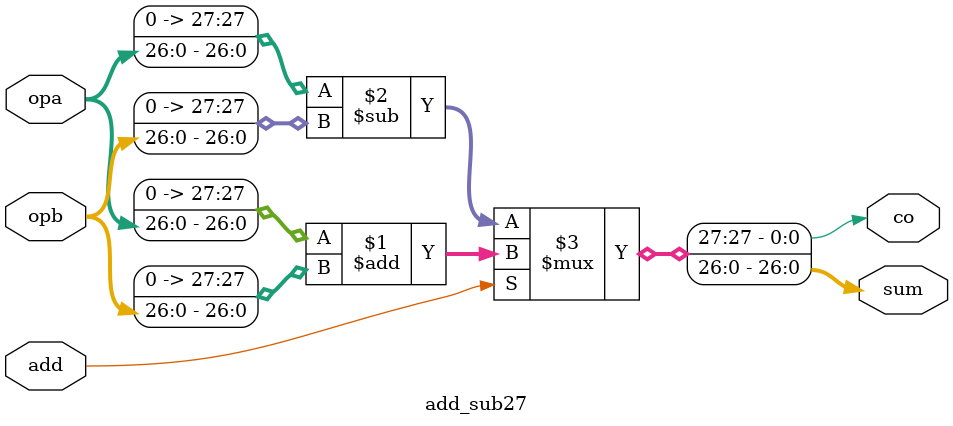
<source format=v>
`define BITS 32         // Bit width of the operands
`define NumPath 34     
 
module 	bgm(clock, 
		reset,
		sigma_a, 
		sigma_b, 
		sigma_c,
		Fn,
		dw_x,
		dw_y,
		dw_z,
		dt,
		Fn_out 
);

// SIGNAL DECLARATIONS
input	clock;
input 	reset;

input [`BITS-1:0] sigma_a;
input [`BITS-1:0] sigma_b;
input [`BITS-1:0] sigma_c;
input [`BITS-1:0] Fn;
input [`BITS-1:0] dw_x;
input [`BITS-1:0] dw_y;
input [`BITS-1:0] dw_z;
input [`BITS-1:0] dt;

output [`BITS-1:0] Fn_out;

wire [`BITS-1:0]	x0;
wire [`BITS-1:0]	x1;
wire [`BITS-1:0]	x2;
wire [`BITS-1:0]	x3;
wire [`BITS-1:0]	x4;
wire [`BITS-1:0]	x5;
wire [`BITS-1:0]	x6;
wire [`BITS-1:0]	x7;
wire [`BITS-1:0]	x8;
wire [`BITS-1:0]	x9;
wire [`BITS-1:0]	x10;

wire [`BITS-1:0]	a0;
wire [`BITS-1:0]	a1;
wire [`BITS-1:0]	a2;
wire [`BITS-1:0]	a3;
wire [`BITS-1:0]	a4;
wire [`BITS-1:0]	a5;
wire [`BITS-1:0]	a6;
wire [`BITS-1:0]	a7;
wire [`BITS-1:0]	a8;

wire [`BITS-1:0] Fn_out;
wire [`BITS-1:0] Fn_delay_chain;
wire [`BITS-1:0] Fn_delay_chain_delay5;

wire [`BITS-1:0] dw_x_delay;
wire [`BITS-1:0] dw_y_delay;
wire [`BITS-1:0] dw_z_delay;
wire [`BITS-1:0] sigma_a_delay;
wire [`BITS-1:0] sigma_b_delay;
wire [`BITS-1:0] sigma_c_delay;

wire [`BITS-1:0] fifo_out1;
wire [`BITS-1:0] fifo_out2;
wire [`BITS-1:0] fifo_out3;

wire [`BITS-1:0] a4_delay5;
/*
delay44 delay_u1(clock, dw_x, dw_x_delay);
delay44 delay_u2(clock, dw_y, dw_y_delay);
delay44 delay_u3(clock, dw_z, dw_z_delay);
delay44 delay_u4(clock, sigma_a, sigma_a_delay);
delay44 delay_u5(clock, sigma_b, sigma_b_delay);
delay44 delay_u6(clock, sigma_c, sigma_c_delay);

fifo fifo_1(clock, a0, fifo_out1);
fifo fifo_2(clock, a1, fifo_out2);
fifo fifo_3(clock, a2, fifo_out3);
*/

delay5 delay_u1(clock, dw_x, dw_x_delay);
delay5 delay_u2(clock, dw_y, dw_y_delay);
delay5 delay_u3(clock, dw_z, dw_z_delay);
delay5 delay_u4(clock, sigma_a, sigma_a_delay);
delay5 delay_u5(clock, sigma_b, sigma_b_delay);
delay5 delay_u6(clock, sigma_c, sigma_c_delay);

delay5 fifo_1(clock, a0, fifo_out1);
delay5 fifo_2(clock, a1, fifo_out2);
delay5 fifo_3(clock, a2, fifo_out3);



//assign x0 = Fn * sigma_a;
wire [7:0] x0_control;
fpu_mul x0_mul
( 
	.clk(clock), 
	.opa(Fn), 
	.opb(sigma_a), 
	.out(x0), 
	.control(x0_control) 
);

//assign x1 = Fn * sigma_b;
wire [7:0] x1_control;
fpu_mul x1_mul
( 
	.clk(clock), 
	.opa(Fn), 
	.opb(sigma_b), 
	.out(x1), 
	.control(x1_control) 
);


//assign x2 = Fn * sigma_c;
wire [7:0] x2_control;
fpu_mul x2_mul
( 
	.clk(clock), 
	.opa(Fn), 
	.opb(sigma_c), 
	.out(x2), 
	.control(x2_control) 
);

//assign a0 = x0 + fifo_out1;
wire [7:0] a0_control;
fpu_add a0_add
( 
	.clk(clock), 
	.opa(x0), 
	.opb(fifo_out1), 
	.out(a0), 
	.control(a0_control) 
);


//assign a1 = x1 + fifo_out2;
wire [7:0] a1_control;
fpu_add a1_add
( 
	.clk(clock), 
	.opa(x1), 
	.opb(fifo_out2), 
	.out(a1), 
	.control(a1_control) 
);

//assign a2 = x2 + fifo_out3;
wire [7:0] a2_control;
fpu_add a2_add
( 
	.clk(clock), 
	.opa(x2), 
	.opb(fifo_out3), 
	.out(a2), 
	.control(a2_control) 
);

//assign x3 = dw_x_delay * sigma_a_delay;
wire [7:0] x3_control;
fpu_mul x3_mul
( 
	.clk(clock), 
	.opa(dw_x_delay), 
	.opb(sigma_a_delay), 
	.out(x3), 
	.control(x3_control) 
);


//assign x4 = a0 * sigma_a_delay;
wire [7:0] x4_control;
fpu_mul x4_mul
( 
	.clk(clock), 
	.opa(a0), 
	.opb(sigma_a_delay), 
	.out(x4), 
	.control(x4_control) 
);


//assign x5 = dw_y_delay * sigma_b_delay;
wire [7:0] x5_control;
fpu_mul x5_mul
( 
	.clk(clock), 
	.opa(dw_y_delay), 
	.opb(sigma_b_delay), 
	.out(x5), 
	.control(x5_control) 
);

//assign x6 = a1 * sigma_b_delay;
wire [7:0] x6_control;
fpu_mul x6_mul
( 
	.clk(clock), 
	.opa(a1), 
	.opb(sigma_b_delay), 
	.out(x6), 
	.control(x6_control) 
);

//assign x7 = dw_z_delay * sigma_c_delay;
wire [7:0] x7_control;
fpu_mul x7_mul
( 
	.clk(clock), 
	.opa(dw_z_delay), 
	.opb(sigma_c_delay), 
	.out(x7), 
	.control(x7_control) 
);

//assign x8 = a2 * sigma_c_delay;
wire [7:0] x8_control;
fpu_mul x8_mul
( 
	.clk(clock), 
	.opa(a2), 
	.opb(sigma_c_delay), 
	.out(x8), 
	.control(x8_control) 
);

//assign a3 = x3 + x5;
wire [7:0] a3_control;
fpu_add a3_add
( 
	.clk(clock), 
	.opa(x3), 
	.opb(x5), 
	.out(a3), 
	.control(a3_control) 
);

//assign a4 = a3 + x7;
wire [7:0] a4_control;
fpu_add a4_add
( 
	.clk(clock), 
	.opa(a3), 
	.opb(x7), 
	.out(a4), 
	.control(a4_control) 
);


//assign a5 = x4 + x6;
wire [7:0] a5_control;
fpu_add a5_add
( 
	.clk(clock), 
	.opa(x4), 
	.opb(x6), 
	.out(a5), 
	.control(a5_control) 
);

//assign a6 = a5 + x8;
wire [7:0] a6_control;
fpu_add a6_add
( 
	.clk(clock), 
	.opa(a5), 
	.opb(x8), 
	.out(a6), 
	.control(a6_control) 
);

delay5 delay_a5(clock, a4, a4_delay5);

//assign x9 = dt * a6;
wire [7:0] x9_control;
fpu_mul x9_mul
( 
	.clk(clock), 
	.opa(dt), 
	.opb(a6), 
	.out(x9), 
	.control(x9_control) 
);

//assign a7 = a4_delay5 + x9;
wire [7:0] a7_control;
fpu_add a7_add
( 
	.clk(clock), 
	.opa(a4_delay5), 
	.opb(x9), 
	.out(a7), 
	.control(a7_control) 
);


//delay_chain delay_Fn(clock, Fn, Fn_delay_chain);
delay5 delay_Fn(clock, Fn, Fn_delay_chain);
delay5 delay_Fn_delay5(clock, Fn_delay_chain, Fn_delay_chain_delay5);

//assign x10 = a7 * Fn_delay_chain;
wire [7:0] x10_control;
fpu_mul x10_mul
( 
	.clk(clock), 
	.opa(a7), 
	.opb(Fn_delay_chain), 
	.out(x10), 
	.control(x10_control) 
);

//assign a8 = Fn_delay_chain_delay5 + x10;
wire [7:0] a8_control;
fpu_add a8_add
( 
	.clk(clock), 
	.opa(Fn_delay_chain_delay5), 
	.opb(x10), 
	.out(a8), 
	.control(a8_control) 
);

assign	Fn_out	= a8;


endmodule



/*
module fifo(clock, fifo_in, fifo_out);
	input clock;
	input [`BITS-1:0] fifo_in;
	output [`BITS-1:0] fifo_out;
	wire [`BITS-1:0] fifo_out;

	reg [`BITS-1:0] freg1;

	reg [`BITS-1:0] freg2;
	reg [`BITS-1:0] freg3;
	reg [`BITS-1:0] freg4;
	reg [`BITS-1:0] freg5;
	reg [`BITS-1:0] freg6;
	reg [`BITS-1:0] freg7;
	reg [`BITS-1:0] freg8;
	reg [`BITS-1:0] freg9;
	reg [`BITS-1:0] freg10;
	reg [`BITS-1:0] freg11;
	reg [`BITS-1:0] freg12;
	reg [`BITS-1:0] freg13;
	reg [`BITS-1:0] freg14;
	reg [`BITS-1:0] freg15;
	reg [`BITS-1:0] freg16;
	reg [`BITS-1:0] freg17;
	reg [`BITS-1:0] freg18;
	reg [`BITS-1:0] freg19;
	reg [`BITS-1:0] freg20;
	reg [`BITS-1:0] freg21;
	reg [`BITS-1:0] freg22;
	reg [`BITS-1:0] freg23;
	reg [`BITS-1:0] freg24;
	reg [`BITS-1:0] freg25;
	reg [`BITS-1:0] freg26;
	reg [`BITS-1:0] freg27;
	reg [`BITS-1:0] freg28;
	reg [`BITS-1:0] freg29;
	reg [`BITS-1:0] freg30;
	reg [`BITS-1:0] freg31;
	reg [`BITS-1:0] freg32;
	reg [`BITS-1:0] freg33;
	reg [`BITS-1:0] freg34;
 
	assign fifo_out = freg34;

	always @(posedge clock)
	begin
		freg1 <= fifo_in;

		freg2 <= freg1;
		freg3 <= freg2;
		freg4 <= freg3;
		freg5 <= freg4;
		freg6 <= freg5;
		freg7 <= freg6;
		freg8 <= freg7;
		freg9 <= freg8;
		freg10 <= freg9;
		freg11 <= freg10;
		freg12 <= freg11;
		freg13 <= freg12;
		freg14 <= freg13;
		freg15 <= freg14;
		freg16 <= freg15;
		freg17 <= freg16;
		freg18 <= freg17;
		freg19 <= freg18;
		freg20 <= freg19;
		freg21 <= freg20;
		freg22 <= freg21;
		freg23 <= freg22;
		freg24 <= freg23;
		freg25 <= freg24;
		freg26 <= freg25;
		freg27 <= freg26;
		freg28 <= freg27;
		freg29 <= freg28;
		freg30 <= freg29;
		freg31 <= freg30;
		freg32 <= freg31;
		freg33 <= freg32;
		freg34 <= freg33;

	end
endmodule
*/

module delay5 (clock, d5_delay_in, d5_delay_out);
	input clock;
	input [`BITS-1:0] d5_delay_in;
	output [`BITS-1:0] d5_delay_out;

	//FIFO delay
	reg [`BITS-1:0] d5_reg1;
/*
	reg [`BITS-1:0] d5_reg2;
	reg [`BITS-1:0] d5_reg3;
	reg [`BITS-1:0] d5_reg4;
	reg [`BITS-1:0] d5_reg5;
	reg [`BITS-1:0] d5_reg6;
*/

	assign d5_delay_out = d5_reg1;

	always @(posedge clock)
	begin
		d5_reg1 <= d5_delay_in;
/*
		d5_reg2 <= d5_reg1;
		d5_reg3 <= d5_reg2;
		d5_reg4 <= d5_reg3;
		d5_reg5 <= d5_reg4;
		d5_reg6 <= d5_reg5;
*/
	end
endmodule

/*
module delay44 (clock, delay_in, delay_out);
	input clock;
	input [`BITS-1:0] delay_in;
	output [`BITS-1:0] delay_out;
//	wire [`BITS-1:0] delay_out;

	//FIFO delay
	wire [`BITS-1:0] fifo_out;
	
	//multiplier delay
 	wire [`BITS-1:0] delay5_dout1;

	//adder delay
 	wire [`BITS-1:0] delay5_dout2;

	fifo fifo_delay(clock, delay_in , fifo_out);
	delay5 delay_d1(clock, fifo_out, delay5_dout1);
	delay5 delay_d2(clock, delay5_dout1, delay5_dout2);

	assign delay_out = delay5_dout2;
//	always @(posedge clock)
//	begin
//		fifo_out <= delay_in;
//		delay5_dout1 <= fifo_out;
//		delay5_dout2 <= delay5_dout1;
//	end

endmodule
*/

/*
module delay_chain (clock, delay_in, delay_out);
	input clock;
	input [`BITS-1:0] delay_in;
	output [`BITS-1:0] delay_out;
//	wire [`BITS-1:0] delay_out;

	wire [`BITS-1:0] delay44_out;
	wire [`BITS-1:0] delay5_out1;
	wire [`BITS-1:0] delay5_out2;
	wire [`BITS-1:0] delay5_out3;
	wire [`BITS-1:0] delay5_out4;

	delay44 delay_c1(clock, delay_in, delay44_out);
	delay5 delay_c2(clock, delay44_out, delay5_out1);
	delay5 delay_c3(clock, delay5_out1, delay5_out2);
	delay5 delay_c4(clock, delay5_out2, delay5_out3);
	delay5 delay_c5(clock, delay5_out3, delay5_out4);

	assign delay_out = delay5_out4;
endmodule
*/


module fpu_mul( 
clk, 
//rmode, 
opa, opb, out, 
control
/*
inf, snan, qnan, ine, overflow, underflow, zero, div_by_zero
*/
);
input		clk;
//input	[1:0]	rmode;
input	[31:0]	opa, opb;
output	[31:0]	out;
output  [7:0] control;
/*
output		inf, snan, qnan;
output		ine;
output		overflow, underflow;
output		zero;
output		div_by_zero;
*/



////////////////////////////////////////////////////////////////////////
//
// Local Wires
//
reg [2:0] fpu_op;
reg		zero;
reg	[31:0]	opa_r, opb_r;		// Input operand registers
reg	[31:0]	out;			// Output register
reg		div_by_zero;		// Divide by zero output register
wire		signa, signb;		// alias to opX sign
wire		sign_fasu;		// sign output
wire	[26:0]	fracta, fractb;		// Fraction Outputs from EQU block
wire	[7:0]	exp_fasu;		// Exponent output from EQU block
reg	[7:0]	exp_r;			// Exponent output (registerd)
wire	[26:0]	fract_out_d;		// fraction output
wire		co;			// carry output
reg	[27:0]	fract_out_q;		// fraction output (registerd)
wire	[30:0]	out_d;			// Intermediate final result output
wire		overflow_d, underflow_d;// Overflow/Underflow Indicators
reg		overflow, underflow;	// Output registers for Overflow & Underflow
reg		inf, snan, qnan;	// Output Registers for INF, SNAN and QNAN
reg		ine;			// Output Registers for INE
reg	[1:0]	rmode_r1, rmode_r2, 	// Pipeline registers for rounding mode
		rmode_r3;
reg	[2:0]	fpu_op_r1, fpu_op_r2,	// Pipeline registers for fp opration
		fpu_op_r3;
wire		mul_inf, div_inf;
wire		mul_00, div_00;
/*
parameter	INF  = 31'h7f800000;
parameter	QNAN = 31'h7fc00001;
parameter	 SNAN = 31'h7f800001;

*/
wire	[1:0]	rmode;
assign rmode = 2'b00;

wire [30:0]	INF;
assign INF = 31'h7f800000;
wire [30:0]	QNAN; 
assign QNAN = 31'h7fc00001;
wire [30:0] SNAN;
assign SNAN = 31'h7f800001;

// start output_reg
reg [31:0]  out_o1;
reg     inf_o1, snan_o1, qnan_o1;
reg     ine_o1;
reg     overflow_o1, underflow_o1;
reg     zero_o1;
reg     div_by_zero_o1;
// end output_reg

wire [7:0] contorl;
assign control = {inf, snan, qnan, ine, overflow, underflow, zero, div_by_zero};

////////////////////////////////////////////////////////////////////////
//
// Input Registers
//

always @(posedge clk)  begin
 fpu_op[2:0] <= 3'b010;
end

always @(posedge clk)
	opa_r <= opa;

always @(posedge clk)
	opb_r <= opb;

always @(posedge clk)
	rmode_r1 <= rmode;

always @(posedge clk)
	rmode_r2 <= rmode_r1;

always @(posedge clk)
	rmode_r3 <= rmode_r2;

always @(posedge clk)
	fpu_op_r1 <= fpu_op;

always @(posedge clk)
	fpu_op_r2 <= fpu_op_r1;

always @(posedge clk)
	fpu_op_r3 <= fpu_op_r2;

////////////////////////////////////////////////////////////////////////
//
// Exceptions block
//
wire		inf_d, ind_d, qnan_d, snan_d, opa_nan, opb_nan;
wire		opa_00, opb_00;
wire		opa_inf, opb_inf;
wire		opa_dn, opb_dn;

except u0(	.clk(clk),
		.opa(opa_r[30:0]), .opb(opb_r[30:0]),
		.inf(inf_d), .ind(ind_d),
		.qnan(qnan_d), .snan(snan_d),
		.opa_nan(opa_nan), .opb_nan(opb_nan),
		.opa_00(opa_00), .opb_00(opb_00),
		.opa_inf(opa_inf), .opb_inf(opb_inf),
		.opa_dn(opa_dn), .opb_dn(opb_dn)
		);

////////////////////////////////////////////////////////////////////////
//
// Pre-Normalize block
// - Adjusts the numbers to equal exponents and sorts them
// - determine result sign
// - determine actual operation to perform (add or sub)
//

wire		nan_sign_d, result_zero_sign_d;
reg		sign_fasu_r;
wire	[7:0]	exp_mul;
wire		sign_mul;
reg		sign_mul_r;
wire	[23:0]	fracta_mul, fractb_mul;
wire		inf_mul;
reg		inf_mul_r;
wire	[1:0]	exp_ovf;
reg	[1:0]	exp_ovf_r;
wire		sign_exe;
reg		sign_exe_r;
wire	[2:0]	underflow_fmul_d;

pre_norm_fmul u2(
		.clk(clk),
		.fpu_op(fpu_op_r1),
		.opa(opa_r), .opb(opb_r),
		.fracta(fracta_mul),
		.fractb(fractb_mul),
		.exp_out(exp_mul),	// FMUL exponent output (registered)
		.sign(sign_mul),	// FMUL sign output (registered)
		.sign_exe(sign_exe),	// FMUL exception sign output (registered)
		.inf(inf_mul),		// FMUL inf output (registered)
		.exp_ovf(exp_ovf),	// FMUL exponnent overflow output (registered)
		.underflow(underflow_fmul_d)
		);

always @(posedge clk)
	sign_mul_r <=  sign_mul;

always @(posedge clk)
	sign_exe_r <=  sign_exe;

always @(posedge clk)
	inf_mul_r <=  inf_mul;

always @(posedge clk)
	exp_ovf_r <=  exp_ovf;


////////////////////////////////////////////////////////////////////////
//
// Mul
//
wire	[47:0]	prod;

mul_r2 u5(.clk(clk), .opa(fracta_mul), .opb(fractb_mul), .prod(prod));


////////////////////////////////////////////////////////////////////////
//
// Normalize Result
//
wire		ine_d;
reg	[47:0]	fract_denorm;
wire	[47:0]	fract_div;
wire		sign_d;
reg		sign;
reg	[30:0]	opa_r1;
reg	[47:0]	fract_i2f;
reg		opas_r1, opas_r2;
wire		f2i_out_sign;

always @(posedge clk)			// Exponent must be once cycle delayed
	exp_r <=  exp_mul;

always @(posedge clk)
	opa_r1 <= opa_r[30:0];

//always @(fpu_op_r3 or prod)
always @(prod)
	fract_denorm = prod;

always @(posedge clk)
	opas_r1 <=  opa_r[31];

always @(posedge clk)
	opas_r2 <=  opas_r1;

assign sign_d =  sign_mul;

always @(posedge clk)
	sign <=  (rmode_r2==2'h3) ? !sign_d : sign_d;

wire or_result;
assign or_result = mul_00 | div_00;
post_norm u4(
//.clk(clk),			// System Clock
	.fpu_op(fpu_op_r3),		// Floating Point Operation
	.opas(opas_r2),			// OPA Sign
	.sign(sign),			// Sign of the result
	.rmode(rmode_r3),		// Rounding mode
	.fract_in(fract_denorm),	// Fraction Input
	.exp_in(exp_r),			// Exponent Input
	.exp_ovf(exp_ovf_r),		// Exponent Overflow
	.opa_dn(opa_dn),		// Operand A Denormalized
	.opb_dn(opb_dn),		// Operand A Denormalized
	.rem_00(1'b0),		// Diveide Remainder is zero
	.div_opa_ldz(5'b00000),	// Divide opa leading zeros count
//	.output_zero(mul_00 | div_00),	// Force output to Zero
	.output_zero(or_result),	// Force output to Zero
	.out(out_d),			// Normalized output (un-registered)
	.ine(ine_d),			// Result Inexact output (un-registered)
	.overflow(overflow_d),		// Overflow output (un-registered)
	.underflow(underflow_d),	// Underflow output (un-registered)
	.f2i_out_sign(f2i_out_sign)	// F2I Output Sign
	);

////////////////////////////////////////////////////////////////////////
//
// FPU Outputs
//
wire	[30:0]	out_fixed;
wire		output_zero_fasu;
wire		output_zero_fdiv;
wire		output_zero_fmul;
reg		inf_mul2;
wire		overflow_fasu;
wire		overflow_fmul;
wire		overflow_fdiv;
wire		inf_fmul;
wire		sign_mul_final;
wire		out_d_00;
wire		sign_div_final;
wire		ine_mul, ine_mula, ine_div, ine_fasu;
wire		underflow_fasu, underflow_fmul, underflow_fdiv;
wire		underflow_fmul1;
reg	[2:0]	underflow_fmul_r;
reg		opa_nan_r;



always @(posedge clk)
	inf_mul2 <=  exp_mul == 8'hff;


// Force pre-set values for non numerical output
assign mul_inf = (fpu_op_r3==3'b010) & (inf_mul_r | inf_mul2) & (rmode_r3==2'h0);
assign div_inf = (fpu_op_r3==3'b011) & (opb_00 | opa_inf);

assign mul_00 = (fpu_op_r3==3'b010) & (opa_00 | opb_00);
assign div_00 = (fpu_op_r3==3'b011) & (opa_00 | opb_inf);

assign out_fixed = 
	( (qnan_d | snan_d) | 
		(opa_inf & opb_00)|
		(opb_inf & opa_00 )
	)  ? QNAN : INF;

always @(posedge clk)
	out_o1[30:0] <=  (mul_inf | div_inf | inf_d | snan_d | qnan_d) ?  out_fixed : out_d;

assign out_d_00 = !(|out_d);

assign sign_mul_final = (sign_exe_r & ((opa_00 & opb_inf) | (opb_00 & opa_inf))) ? !sign_mul_r : sign_mul_r;

assign sign_div_final = (sign_exe_r & (opa_inf & opb_inf)) ? !sign_mul_r : sign_mul_r | (opa_00 & opb_00);

always @(posedge clk)
//	out_o1[31] <= 	 !(snan_d | qnan_d) ?	sign_mul_final : nan_sign_d ;
  out_o1[31] <= !(snan_d | qnan_d) & sign_mul_final;

// Exception Outputs
assign ine_mula = ((inf_mul_r |  inf_mul2 | opa_inf | opb_inf) & (rmode_r3==2'h1) & 
		!((opa_inf & opb_00) | (opb_inf & opa_00 )) & fpu_op_r3[1]);

assign ine_mul  = (ine_mula | ine_d | inf_fmul | out_d_00 | overflow_d | underflow_d) &
		  !opa_00 & !opb_00 & !(snan_d | qnan_d | inf_d);

always @(posedge  clk)
	ine_o1 <=  ine_mul;


assign overflow_fmul = !inf_d & (inf_mul_r | inf_mul2 | overflow_d) & !(snan_d | qnan_d);

always @(posedge clk)
	overflow_o1 <= 	 overflow_fmul;

always @(posedge clk)
	underflow_fmul_r <=  underflow_fmul_d;

wire out_d_compare1;
assign out_d_compare1 = (out_d[30:23]==8'b0);

wire out_d_compare2;
assign out_d_compare2 = (out_d[22:0]==23'b0);
/*
assign underflow_fmul1 = underflow_fmul_r[0] |
			(underflow_fmul_r[1] & underflow_d ) |
			((opa_dn | opb_dn) & out_d_00 & (prod!=0) & sign) |
			(underflow_fmul_r[2] & ((out_d[30:23]==8'b0) | (out_d[22:0]==23'b0)));
*/
assign underflow_fmul1 = underflow_fmul_r[0] |
			(underflow_fmul_r[1] & underflow_d ) |
			((opa_dn | opb_dn) & out_d_00 & (prod!=48'b0) & sign) |
			(underflow_fmul_r[2] & (out_d_compare1 | out_d_compare2));


assign underflow_fmul = underflow_fmul1 & !(snan_d | qnan_d | inf_mul_r);
/*
always @(posedge clk)
begin
	underflow_o1 <=  1'b0;
	snan_o1 <= 1'b0;
	qnan_o1 <= 1'b0;
	inf_fmul <= 1'b0;
	inf_o1 <= 1'b0;
	zero_o1 <= 1'b0;
	opa_nan_r <= 1'b0;
	div_by_zero_o1 <= 1'b0;
end
assign output_zero_fmul = 1'b0;
*/


always @(posedge clk)
	underflow_o1 <=   underflow_fmul;

always @(posedge clk)
	snan_o1 <=  snan_d;

// Status Outputs
always @(posedge clk)
	qnan_o1 <= 	 ( snan_d | qnan_d |
				(((opa_inf & opb_00) | (opb_inf & opa_00 )) & fpu_op_r3==3'b010)
					   );

assign inf_fmul = 	(((inf_mul_r | inf_mul2) & (rmode_r3==2'h0)) | opa_inf | opb_inf) & 
			!((opa_inf & opb_00) | (opb_inf & opa_00 )) &
			fpu_op_r3==3'b010;

always @(posedge clk)
/*
	inf_o1 <= 	fpu_op_r3[2] ? 1'b0 :
			(!(qnan_d | snan_d) & 
			( ((&out_d[30:23]) & !(|out_d[22:0]) & !(opb_00 & fpu_op_r3==3'b011)) | inf_fmul)
			);
*/
	inf_o1 <= !fpu_op_r3[2] & (!(qnan_d | snan_d) & 
			( ((&out_d[30:23]) & !(|out_d[22:0]) & !(opb_00 & fpu_op_r3==3'b011)) | inf_fmul)
			);

assign output_zero_fmul = (out_d_00 | opa_00 | opb_00) &
			  !(inf_mul_r | inf_mul2 | opa_inf | opb_inf | snan_d | qnan_d) &
			  !(opa_inf & opb_00) & !(opb_inf & opa_00);

always @(posedge clk)
	zero_o1 <=  output_zero_fmul;

always @(posedge clk)
	opa_nan_r <=  (!opa_nan) & (fpu_op_r2==3'b011) ;

always @(posedge clk)
	div_by_zero_o1 <=  opa_nan_r & !opa_00 & !opa_inf & opb_00;


// output register
always @(posedge clk)
begin
	qnan <=  qnan_o1;
	out <=  out_o1;
	inf <=  inf_o1;
	snan <=  snan_o1;
	//qnan <=  qnan_o1;
	ine <=  ine_o1;
	overflow <=  overflow_o1;
	underflow <=  underflow_o1;
	zero <=  zero_o1;
	div_by_zero <=  div_by_zero_o1;
end
endmodule


//---------------------------------------------------------------------------------
module except(	clk, opa, opb, inf, ind, qnan, snan, opa_nan, opb_nan,
		opa_00, opb_00, opa_inf, opb_inf, opa_dn, opb_dn);
input		clk;
input	[30:0]	opa, opb;
output		inf, ind, qnan, snan, opa_nan, opb_nan;
output		opa_00, opb_00;
output		opa_inf, opb_inf;
output		opa_dn;
output		opb_dn;

////////////////////////////////////////////////////////////////////////
//
// Local Wires and registers
//

wire	[7:0]	expa, expb;		// alias to opX exponent
wire	[22:0]	fracta, fractb;		// alias to opX fraction
reg		expa_ff, infa_f_r, qnan_r_a, snan_r_a;
reg		expb_ff, infb_f_r, qnan_r_b, snan_r_b;
reg		inf, ind, qnan, snan;	// Output registers
reg		opa_nan, opb_nan;
reg		expa_00, expb_00, fracta_00, fractb_00;
reg		opa_00, opb_00;
reg		opa_inf, opb_inf;
reg		opa_dn, opb_dn;

////////////////////////////////////////////////////////////////////////
//
// Aliases
//

assign   expa = opa[30:23];
assign   expb = opb[30:23];
assign fracta = opa[22:0];
assign fractb = opb[22:0];

////////////////////////////////////////////////////////////////////////
//
// Determine if any of the input operators is a INF or NAN or any other special number
//

always @(posedge clk)
	expa_ff <=  &expa;

always @(posedge clk)
	expb_ff <=  &expb;
	
always @(posedge clk)
	infa_f_r <=  !(|fracta);

always @(posedge clk)
	infb_f_r <=  !(|fractb);

always @(posedge clk)
	qnan_r_a <=   fracta[22];

always @(posedge clk)
	snan_r_a <=  !fracta[22] & |fracta[21:0];
	
always @(posedge clk)
	qnan_r_b <=   fractb[22];

always @(posedge clk)
	snan_r_b <=  !fractb[22] & |fractb[21:0];

always @(posedge clk)
	ind  <=  (expa_ff & infa_f_r) & (expb_ff & infb_f_r);

always @(posedge clk)
	inf  <=  (expa_ff & infa_f_r) | (expb_ff & infb_f_r);

always @(posedge clk)
	qnan <=  (expa_ff & qnan_r_a) | (expb_ff & qnan_r_b);

always @(posedge clk)
	snan <=  (expa_ff & snan_r_a) | (expb_ff & snan_r_b);

always @(posedge clk)
	opa_nan <=  &expa & (|fracta[22:0]);

always @(posedge clk)
	opb_nan <=  &expb & (|fractb[22:0]);

always @(posedge clk)
	opa_inf <=  (expa_ff & infa_f_r);

always @(posedge clk)
	opb_inf <=  (expb_ff & infb_f_r);

always @(posedge clk)
	expa_00 <=  !(|expa);

always @(posedge clk)
	expb_00 <=  !(|expb);

always @(posedge clk)
	fracta_00 <=  !(|fracta);

always @(posedge clk)
	fractb_00 <=  !(|fractb);

always @(posedge clk)
	opa_00 <=  expa_00 & fracta_00;

always @(posedge clk)
	opb_00 <=  expb_00 & fractb_00;

always @(posedge clk)
	opa_dn <=  expa_00;

always @(posedge clk)
	opb_dn <=  expb_00;

endmodule




//---------------------------------------------------------------------------------
module pre_norm_fmul(clk, fpu_op, opa, opb, fracta, fractb, exp_out, sign,
		sign_exe, inf, exp_ovf, underflow);
input		clk;
input	[2:0]	fpu_op;
input	[31:0]	opa, opb;
output	[23:0]	fracta, fractb;
output	[7:0]	exp_out;
output		sign, sign_exe;
output		inf;
output	[1:0]	exp_ovf;
output	[2:0]	underflow;

////////////////////////////////////////////////////////////////////////
//
// Local Wires and registers
//

reg	[7:0]	exp_out;
wire		signa, signb;
reg		sign, sign_d;
reg		sign_exe;
reg		inf;
wire	[1:0]	exp_ovf_d;
reg	[1:0]	exp_ovf;
wire	[7:0]	expa, expb;
wire	[7:0]	exp_tmp1, exp_tmp2;
wire		co1, co2;
wire		expa_dn, expb_dn;
wire	[7:0]	exp_out_a;
wire		opa_00, opb_00, fracta_00, fractb_00;
wire	[7:0]	exp_tmp3, exp_tmp4, exp_tmp5;
wire	[2:0]	underflow_d;
reg	[2:0]	underflow;
wire		op_div;
wire	[7:0]	exp_out_mul, exp_out_div;

assign op_div = (fpu_op == 3'b011);
////////////////////////////////////////////////////////////////////////
//
// Aliases
//
assign  signa = opa[31];
assign  signb = opb[31];
assign   expa = opa[30:23];
assign   expb = opb[30:23];

////////////////////////////////////////////////////////////////////////
//
// Calculate Exponenet
//

assign expa_dn   = !(|expa);
assign expb_dn   = !(|expb);
assign opa_00    = !(|opa[30:0]);
assign opb_00    = !(|opb[30:0]);
assign fracta_00 = !(|opa[22:0]);
assign fractb_00 = !(|opb[22:0]);

assign fracta[22:0] = opa[22:0];
assign fractb[22:0] = opb[22:0];
assign fracta[23:23] = !expa_dn;
assign fractb[23:23] = !expb_dn;
//assign fracta = {!expa_dn,opa[22:0]};	// Recover hidden bit
//assign fractb = {!expb_dn,opb[22:0]};	// Recover hidden bit

assign {co1,exp_tmp1} = op_div ? ({1'b0,expa[7:0]} - {1'b0,expb[7:0]}) : ({1'b0,expa[7:0]} + {1'b0,expb[7:0]});
assign {co2,exp_tmp2} = op_div ? ({co1,exp_tmp1} + 9'h07f) : ({co1,exp_tmp1} - 9'h07f);
assign exp_tmp3 = exp_tmp2 + 8'h01;
assign exp_tmp4 = 8'h7f - exp_tmp1;
assign exp_tmp5 = op_div ? (exp_tmp4+8'h01) : (exp_tmp4-8'h01);


always@(posedge clk)
	exp_out <= op_div ? exp_out_div : exp_out_mul;

assign exp_out_div = (expa_dn | expb_dn) ? (co2 ? exp_tmp5 : exp_tmp3 ) : co2 ? exp_tmp4 : exp_tmp2;
assign exp_out_mul = exp_ovf_d[1] ? exp_out_a : (expa_dn | expb_dn) ? exp_tmp3 : exp_tmp2;
assign exp_out_a   = (expa_dn | expb_dn) ? exp_tmp5 : exp_tmp4;
assign exp_ovf_d[0] = op_div ? (expa[7] & !expb[7]) : (co2 & expa[7] & expb[7]);
assign exp_ovf_d[1] = op_div ? co2                  : ((!expa[7] & !expb[7] & exp_tmp2[7]) | co2);

always @(posedge clk)
	exp_ovf <=   exp_ovf_d;

assign underflow_d[0] =	(exp_tmp1 < 8'h7f) & !co1 & !(opa_00 | opb_00 | expa_dn | expb_dn);
assign underflow_d[1] =	((expa[7] | expb[7]) & !opa_00 & !opb_00) |
			 (expa_dn & !fracta_00) | (expb_dn & !fractb_00);
assign underflow_d[2] =	 !opa_00 & !opb_00 & (exp_tmp1 == 8'h7f);

always @(posedge clk)
	underflow <= underflow_d;

always @(posedge clk)
	inf <= op_div ? (expb_dn & !expa[7]) : ({co1,exp_tmp1} > 9'h17e) ;


////////////////////////////////////////////////////////////////////////
//
// Determine sign for the output
//

// sign: 0=Posetive Number; 1=Negative Number
always @(signa or signb)
   case({signa, signb})		// synopsys full_case parallel_case
	2'b00: sign_d = 0;
	2'b01: sign_d = 1;
	2'b10: sign_d = 1;
	2'b11: sign_d = 0;
   endcase

always @(posedge clk)
	sign <= sign_d;

always @(posedge clk)
	sign_exe <= signa & signb;

endmodule

//----------------------------------------------------------------------------
////////////////////////////////////////////////////////////////////////
//
// Multiply
//

(* use_dsp = "no" *) module mul_r2(clk, opa, opb, prod);
input		clk;
input	[23:0]	opa, opb;
output	[47:0]	prod;

reg	[47:0]	prod1, prod;

always @(posedge clk)
	prod1 <=   opa * opb;

always @(posedge clk)
	prod <=   prod1;

endmodule



//----------------------------------------------------------------------------


module post_norm( fpu_op, opas, sign, rmode, fract_in, exp_in, exp_ovf,
		opa_dn, opb_dn, rem_00, div_opa_ldz, output_zero, out,
		ine, overflow, underflow, f2i_out_sign);
	input	[2:0]	fpu_op;
	input		opas;
	input		sign;
	input	[1:0]	rmode;
	input	[47:0]	fract_in;
	input	[7:0]	exp_in;
	input	[1:0]	exp_ovf;
	input		opa_dn, opb_dn;
	input		rem_00;
	input	[4:0]	div_opa_ldz;
	input		output_zero;
	output	[30:0]	out;
	output		ine;
	output		overflow, underflow;
	output		f2i_out_sign;

	////////////////////////////////////////////////////////////////////////
	//
	// Local Wires and registers
	//

	wire	[22:0]	fract_out;
	wire	[7:0]	exp_out;
	wire	[30:0]	out;
	wire		exp_out1_co, overflow, underflow;
	wire	[22:0]	fract_out_final;
	reg	[22:0]	fract_out_rnd;
	wire	[8:0]	exp_next_mi;
	wire		dn;
	wire		exp_rnd_adj;
	wire	[7:0]	exp_out_final;
	reg	[7:0]	exp_out_rnd;
	wire		op_dn;

	wire		op_mul;
	wire		op_div;
	wire		op_i2f;
	wire		op_f2i;


	//reg	[5:0]	fi_ldz;
	wire	[5:0]	fi_ldz;

	wire		g, r, s;
	wire		round, round2, round2a, round2_fasu, round2_fmul;
	wire	[7:0]	exp_out_rnd0, exp_out_rnd1, exp_out_rnd2, exp_out_rnd2a;
	wire	[22:0]	fract_out_rnd0, fract_out_rnd1, fract_out_rnd2, fract_out_rnd2a;
	wire		exp_rnd_adj0, exp_rnd_adj2a;
	wire		r_sign;
	wire		ovf0, ovf1;
	wire	[23:0]	fract_out_pl1;
	wire	[7:0]	exp_out_pl1, exp_out_mi1;
	wire		exp_out_00, exp_out_fe, exp_out_ff, exp_in_00, exp_in_ff;
	wire		exp_out_final_ff, fract_out_7fffff;
	wire	[24:0]	fract_trunc;
	wire	[7:0]	exp_out1;
	wire		grs_sel;
	wire		fract_out_00, fract_in_00;
	wire		shft_co;
	wire	[8:0]	exp_in_pl1, exp_in_mi1;
	wire	[47:0]	fract_in_shftr;
	wire	[47:0]	fract_in_shftl;

	// for block shifter
	wire	[47:0]	fract_in_shftr_1;
	wire	[47:0]	fract_in_shftl_1;
	// end for block shifter

	wire	[7:0]	exp_div;
	wire	[7:0]	shft2;
	wire	[7:0]	exp_out1_mi1;
	wire		div_dn;
	wire		div_nr;
	wire		grs_sel_div;

	wire		div_inf;
	wire	[6:0]	fi_ldz_2a;
	wire	[7:0]	fi_ldz_2;
	wire	[7:0]	div_shft1, div_shft2, div_shft3, div_shft4;
	wire		div_shft1_co;
	wire	[8:0]	div_exp1;
	wire	[7:0]	div_exp2, div_exp3;
	wire		left_right, lr_mul, lr_div;
	wire	[7:0]	shift_right, shftr_mul, shftr_div;
	wire	[7:0]	shift_left,  shftl_mul, shftl_div;
	wire	[7:0]	fasu_shift;
	wire	[7:0]	exp_fix_div;

	wire	[7:0]	exp_fix_diva, exp_fix_divb;
	wire	[5:0]	fi_ldz_mi1;
	wire	[5:0]	fi_ldz_mi22;
	wire		exp_zero;
	wire	[6:0]	ldz_all;
	wire	[7:0]	ldz_dif;

	wire	[8:0]	div_scht1a;
	wire	[7:0]	f2i_shft;
	wire	[55:0]	exp_f2i_1;
	wire		f2i_zero, f2i_max;
	wire	[7:0]	f2i_emin;
	wire	[7:0]	conv_shft;
	wire	[7:0]	exp_i2f, exp_f2i, conv_exp;
	wire		round2_f2i;


	assign		op_mul = fpu_op[2:0]==3'b010;
	assign		op_div = fpu_op[2:0]==3'b011;
	assign		op_i2f = fpu_op[2:0]==3'b100;
	assign		op_f2i = fpu_op[2:0]==3'b101;
	assign		op_dn = opa_dn | opb_dn;

	pri_encoder u6(
		.fract_in (fract_in),
		.fi_ldz (fi_ldz)
	);

	// ---------------------------------------------------------------------
	// Normalize

	wire		exp_in_80;
	wire		rmode_00, rmode_01, rmode_10, rmode_11;

	// Misc common signals
	assign exp_in_ff        = &exp_in;
	assign exp_in_00        = !(|exp_in);
	assign exp_in_80	= exp_in[7] & !(|exp_in[6:0]);
	assign exp_out_ff       = &exp_out;
	assign exp_out_00       = !(|exp_out);
	assign exp_out_fe       = &exp_out[7:1] & !exp_out[0];
	assign exp_out_final_ff = &exp_out_final;

	assign fract_out_7fffff = &fract_out;
	assign fract_out_00     = !(|fract_out);
	assign fract_in_00      = !(|fract_in);

	assign rmode_00 = (rmode==2'b00);
	assign rmode_01 = (rmode==2'b01);
	assign rmode_10 = (rmode==2'b10);
	assign rmode_11 = (rmode==2'b11);

	// Fasu Output will be denormalized ...
	assign dn = !op_mul & !op_div & (exp_in_00 | (exp_next_mi[8] & !fract_in[47]) );

	// ---------------------------------------------------------------------
	// Fraction Normalization
	wire[7:0] f2i_emax;
	assign f2i_emax = 8'h9d;
	//parameter	f2i_emax = 8'h9d;

	// Incremented fraction for rounding
	assign fract_out_pl1 = {1'b0, fract_out} + 24'h000001;

	// Special Signals for f2i
	assign f2i_emin = rmode_00 ? 8'h7e : 8'h7f;
	assign f2i_zero = (!opas & (exp_in<f2i_emin)) | (opas & (exp_in>f2i_emax)) | (opas & (exp_in<f2i_emin) & (fract_in_00 | !rmode_11));
	assign f2i_max = (!opas & (exp_in>f2i_emax)) | (opas & (exp_in<f2i_emin) & !fract_in_00 & rmode_11);

	// Calculate various shifting options

	assign {shft_co,shftr_mul} = (!exp_ovf[1] & exp_in_00) ? {1'b0, exp_out} : exp_in_mi1 ;
	assign {div_shft1_co, div_shft1} = exp_in_00 ? {1'b0, div_opa_ldz} : div_scht1a;
	assign div_scht1a = {1'b0, exp_in}-{4'b0, div_opa_ldz}; // 9 bits - includes carry out
	assign div_shft2  = exp_in+8'h02;
	assign div_shft3  = {3'b0, div_opa_ldz}+exp_in;
	assign div_shft4  = {3'b0, div_opa_ldz}-exp_in;

	assign div_dn    = op_dn & div_shft1_co;
	assign div_nr    = op_dn & exp_ovf[1]  & !(|fract_in[46:23]) & (div_shft3>8'h16);

	assign f2i_shft  = exp_in-8'h7d;

	// Select shifting direction
	assign left_right = op_div ? lr_div : op_mul ? lr_mul :1'b1;

	assign lr_div = 	(op_dn & !exp_ovf[1] & exp_ovf[0])     ? 1'b1 :
				(op_dn & exp_ovf[1])                   ? 1'b0 :
				(op_dn & div_shft1_co)                 ? 1'b0 :
				(op_dn & exp_out_00)                   ? 1'b1 :
				(!op_dn & exp_out_00 & !exp_ovf[1])    ? 1'b1 :
				exp_ovf[1]                             ? 1'b0 :
					                                 1'b1;
	assign lr_mul = 	(shft_co | (!exp_ovf[1] & exp_in_00) |
				(!exp_ovf[1] & !exp_in_00 & (exp_out1_co | exp_out_00) )) ? 	1'b1 :
				( exp_ovf[1] | exp_in_00 ) ?					1'b0 :
												1'b1;

	// Select Left and Right shift value
	assign fasu_shift  = (dn | exp_out_00) ? (exp_in_00 ? 8'h02 : exp_in_pl1[7:0]) : {2'h0, fi_ldz};
	assign shift_right = op_div ? shftr_div : shftr_mul;

	assign conv_shft = op_f2i ? f2i_shft : {2'h0, fi_ldz};

	assign shift_left  = op_div ? shftl_div : op_mul ? shftl_mul : (op_f2i | op_i2f) ? conv_shft : fasu_shift;

	assign shftl_mul = 	(shft_co |
				(!exp_ovf[1] & exp_in_00) |
				(!exp_ovf[1] & !exp_in_00 & (exp_out1_co | exp_out_00))) ? exp_in_pl1[7:0] : {2'h0, fi_ldz};

	assign shftl_div = 	( op_dn & exp_out_00 & !(!exp_ovf[1] & exp_ovf[0]))	? div_shft1[7:0] :
				(!op_dn & exp_out_00 & !exp_ovf[1])    			? exp_in[7:0] :
					                                		 {2'h0, fi_ldz};
	assign shftr_div = 	(op_dn & exp_ovf[1])                   ? div_shft3 :
				(op_dn & div_shft1_co)                 ? div_shft4 : div_shft2;
	// Do the actual shifting
	//assign fract_in_shftr   = (|shift_right[7:6])                      ? 0 : fract_in>>shift_right[5:0];
	//assign fract_in_shftl   = (|shift_left[7:6] | (f2i_zero & op_f2i)) ? 0 : fract_in<<shift_left[5:0];

	b_right_shifter u1(
		.shift_in (fract_in),
		.shift_value (shift_right[5:0]),
		.shift_out (fract_in_shftr_1)
	);

	assign fract_in_shftr   = (|shift_right[7:6]) ? 48'b0 : fract_in_shftr_1; // fract_in>>shift_right[5:0];


	b_left_shifter u7(
		.shift_in (fract_in),
		.shift_value (shift_left[5:0]),
		.shift_out (fract_in_shftl_1)
	);

	assign fract_in_shftl   = (|shift_left[7:6] | (f2i_zero & op_f2i)) ? 48'b0 : fract_in_shftl_1; // fract_in<<shift_left[5:0];


	// Chose final fraction output
	assign {fract_out,fract_trunc} = left_right ? fract_in_shftl : fract_in_shftr;

	// ---------------------------------------------------------------------
	// Exponent Normalization

	assign fi_ldz_mi1    = fi_ldz - 6'h01;
	assign fi_ldz_mi22   = fi_ldz - 6'd22;
	assign exp_out_pl1   = exp_out + 8'h01;
	assign exp_out_mi1   = exp_out - 8'h01;
	assign exp_in_pl1    = {1'b0, exp_in}  + 9'd1;	// 9 bits - includes carry out
	assign exp_in_mi1    = {1'b0, exp_in}  - 9'd1;	// 9 bits - includes carry out
	assign exp_out1_mi1  = exp_out1 - 8'h01;

	assign exp_next_mi  = exp_in_pl1 - {3'b0, fi_ldz_mi1};	// 9 bits - includes carry out

	assign exp_fix_diva = exp_in - {2'b0, fi_ldz_mi22};
	assign exp_fix_divb = exp_in - {2'b0, fi_ldz_mi1};

	//assign exp_zero  = (exp_ovf[1] & !exp_ovf[0] & op_mul & (!exp_rnd_adj2a | !rmode[1])) | (op_mul & exp_out1_co);
	assign exp_zero  = (exp_ovf[1] & !exp_ovf[0] & op_mul ) | (op_mul & exp_out1_co);

	assign {exp_out1_co, exp_out1} = fract_in[47] ? exp_in_pl1 : exp_next_mi;

	assign f2i_out_sign =  !opas ? ((exp_in<f2i_emin) ? 1'b0 : (exp_in>f2i_emax) ? 1'b0 : opas) :
				       ((exp_in<f2i_emin) ? 1'b0 : (exp_in>f2i_emax) ? 1'b1 : opas);

	assign exp_i2f   = fract_in_00 ? (opas ? 8'h9e : 8'h00) : (8'h9e-{2'b0, fi_ldz});

	//assign exp_f2i_1 = {{8{fract_in[47]}}, fract_in }<<f2i_shft;
	b_left_shifter_new u3(
		.shift_in ({{8{fract_in[47]}}, fract_in }),
		.shift_value (f2i_shft[5:0]),
		.shift_out (exp_f2i_1)
	);

	assign exp_f2i   = f2i_zero ? 8'h00 : f2i_max ? 8'hff : exp_f2i_1[55:48];
	assign conv_exp  = op_f2i ? exp_f2i : exp_i2f;

	assign exp_out = op_div ? exp_div : (op_f2i | op_i2f) ? conv_exp : exp_zero ? 8'h0 : dn ? {6'h0, fract_in[47:46]} : exp_out1;

	assign ldz_all   = {2'b0, div_opa_ldz} + {1'b0, fi_ldz};
	assign ldz_dif   = fi_ldz_2 - {3'b0, div_opa_ldz};
	assign fi_ldz_2a = 7'd23 - {1'b0,fi_ldz};
	assign fi_ldz_2  = {fi_ldz_2a[6], fi_ldz_2a[6:0]};

	assign div_exp1  = exp_in_mi1 + {1'b0, fi_ldz_2};	// 9 bits - includes carry out

	assign div_exp2  = exp_in_pl1[7:0] - {1'b0, ldz_all};
	assign div_exp3  = exp_in + ldz_dif;

	assign exp_div =(opa_dn & opb_dn)? div_exp3 : opb_dn? div_exp1[7:0] :
			(opa_dn & !( (exp_in[4:0]<div_opa_ldz) | (div_exp2>8'hfe) ))	? div_exp2 :
			(opa_dn | (exp_in_00 & !exp_ovf[1]) )			? 8'h00 :
										  exp_out1_mi1;

	assign div_inf = opb_dn & !opa_dn & (div_exp1[7:0] < 8'h7f);

	// ---------------------------------------------------------------------
	// Round

	// Extract rounding (GRS) bits
	assign grs_sel_div = op_div & (exp_ovf[1] | div_dn | exp_out1_co | exp_out_00);

	assign g = grs_sel_div ? fract_out[0]                   : fract_out[0];
	assign r = grs_sel_div ? (fract_trunc[24] & !div_nr)    : fract_trunc[24];
	assign s = grs_sel_div ? |fract_trunc[24:0]             : (|fract_trunc[23:0] | (fract_trunc[24] & op_div));

	// Round to nearest even
	assign round = (g & r) | (r & s) ;
	assign {exp_rnd_adj0, fract_out_rnd0} = round ? fract_out_pl1 : {1'b0, fract_out};
	assign exp_out_rnd0 =  exp_rnd_adj0 ? exp_out_pl1 : exp_out;
	assign ovf0 = exp_out_final_ff & !rmode_01 & !op_f2i;

	// round to zero
	assign fract_out_rnd1 = (exp_out_ff & !op_div & !dn & !op_f2i) ? 23'h7fffff : fract_out;
	assign exp_fix_div    = (fi_ldz>6'd22) ? exp_fix_diva : exp_fix_divb;
	assign exp_out_rnd1   = (g & r & s & exp_in_ff) ? (op_div ? exp_fix_div : exp_next_mi[7:0]) : (exp_out_ff & !op_f2i) ? exp_in : exp_out;
	assign ovf1 = exp_out_ff & !dn;

	// round to +inf (UP) and -inf (DOWN)
	assign r_sign = sign;

	assign round2a = !exp_out_fe | !fract_out_7fffff | (exp_out_fe & fract_out_7fffff);
	assign round2_fasu = ((r | s) & !r_sign) & (!exp_out[7] | (exp_out[7] & round2a));

	assign round2_fmul = !r_sign & 
			(
				(exp_ovf[1] & !fract_in_00 &
					( ((!exp_out1_co | op_dn) & (r | s | (!rem_00 & op_div) )) | fract_out_00 | (!op_dn & !op_div))
				 ) |
				(
					(r | s | (!rem_00 & op_div)) & (
							(!exp_ovf[1] & (exp_in_80 | !exp_ovf[0])) | op_div |
							( exp_ovf[1] & !exp_ovf[0] & exp_out1_co)
						)
				)
			);

	//assign round2_f2i = rmode_10 & (( |fract_in[23:0] & !opas & (exp_in<8'h80 )) | (|fract_trunc));
	wire temp_fract_in;
	assign temp_fract_in = |fract_in[23:0];
	assign round2_f2i = rmode_10 & (( temp_fract_in & !opas & (exp_in<8'h80 )) | (|fract_trunc));

	assign round2 = (op_mul | op_div) ? round2_fmul : op_f2i ? round2_f2i : round2_fasu;

	assign {exp_rnd_adj2a, fract_out_rnd2a} = round2 ? fract_out_pl1 : {1'b0, fract_out};
	assign exp_out_rnd2a  = exp_rnd_adj2a ? ((exp_ovf[1] & op_mul) ? exp_out_mi1 : exp_out_pl1) : exp_out;

	assign fract_out_rnd2 = (r_sign & exp_out_ff & !op_div & !dn & !op_f2i) ? 23'h7fffff : fract_out_rnd2a;
	assign exp_out_rnd2   = (r_sign & exp_out_ff & !op_f2i) ? 8'hfe      : exp_out_rnd2a;


	// Choose rounding mode

	always @(rmode or exp_out_rnd0 or exp_out_rnd1 or exp_out_rnd2)
		case(rmode)	// synopsys full_case parallel_case
		   2'b00: exp_out_rnd = exp_out_rnd0;
		   2'b01: exp_out_rnd = exp_out_rnd1;
		2'b10: exp_out_rnd = exp_out_rnd2;
		2'b11: exp_out_rnd = exp_out_rnd2;
		endcase

	always @(rmode or fract_out_rnd0 or fract_out_rnd1 or fract_out_rnd2)
		case (rmode)	// synopsys full_case parallel_case
			2'b00: fract_out_rnd = fract_out_rnd0;
			2'b01: fract_out_rnd = fract_out_rnd1;
			2'b10: fract_out_rnd = fract_out_rnd2;
			2'b11: fract_out_rnd = fract_out_rnd2;
		endcase

	// ---------------------------------------------------------------------
	// Final Output Mux
	// Fix Output for denormalized and special numbers
	wire	max_num, inf_out;

	assign	max_num =  ( !rmode_00 & (op_mul | op_div ) & (
								  ( exp_ovf[1] &  exp_ovf[0]) |
								  (!exp_ovf[1] & !exp_ovf[0] & exp_in_ff & (fi_ldz_2<8'd24) & (exp_out!=8'hfe) )
								  )
			   ) |

			   ( op_div & (
					   ( rmode_01 & ( div_inf |
								 (exp_out_ff & !exp_ovf[1] ) |
								 (exp_ovf[1] &  exp_ovf[0] )
							)
					   ) |
		
					   ( rmode[1] & !exp_ovf[1] & (
									   ( exp_ovf[0] & exp_in_ff & r_sign & fract_in[47]
									   ) |
						
									   (  r_sign & (
											(fract_in[47] & div_inf) |
											(exp_in[7] & !exp_out_rnd[7] & !exp_in_80 & exp_out!=8'h7f ) |
											(exp_in[7] &  exp_out_rnd[7] & r_sign & exp_out_ff & op_dn &
												 div_exp1>9'h0fe )
											)
									   ) |

									   ( exp_in_00 & r_sign & (
													div_inf |
													(r_sign & exp_out_ff & fi_ldz_2<8'h18)
												  )
									   )
								       )
					  )
				    )
			   );


	assign inf_out = (rmode[1] & (op_mul | op_div) & !r_sign & (	(exp_in_ff & !op_div) |
									(exp_ovf[1] & exp_ovf[0] & (exp_in_00 | exp_in[7]) ) 
								   )
			) | (div_inf & op_div & (
					 rmode_00 |
					(rmode[1] & !exp_in_ff & !exp_ovf[1] & !exp_ovf[0] & !r_sign ) |
					(rmode[1] & !exp_ovf[1] & exp_ovf[0] & exp_in_00 & !r_sign)
					)
			) | (op_div & rmode[1] & exp_in_ff & op_dn & !r_sign & (fi_ldz_2 < 8'd24)  & (exp_out_rnd!=8'hfe) );

	assign fract_out_final =	(inf_out | ovf0 | output_zero ) ? 23'h000000 :
					(max_num | (f2i_max & op_f2i) ) ? 23'h7fffff :
					fract_out_rnd;

	assign exp_out_final =	((op_div & exp_ovf[1] & !exp_ovf[0]) | output_zero ) ? 8'h00 :
				((op_div & exp_ovf[1] &  exp_ovf[0] & rmode_00) | inf_out | (f2i_max & op_f2i) ) ? 8'hff :
				max_num ? 8'hfe :
				exp_out_rnd;


	// ---------------------------------------------------------------------
	// Pack Result

	assign out = {exp_out_final, fract_out_final};

	// ---------------------------------------------------------------------
	// Exceptions
	wire		underflow_fmul;
	wire		overflow_fdiv;
	wire		undeflow_div;

	wire		z;
	assign		z =	shft_co | ( exp_ovf[1] |  exp_in_00) |
				(!exp_ovf[1] & !exp_in_00 & (exp_out1_co | exp_out_00));

	assign underflow_fmul = ( (|fract_trunc) & z & !exp_in_ff ) |
				(fract_out_00 & !fract_in_00 & exp_ovf[1]);


	assign undeflow_div =	!(exp_ovf[1] &  exp_ovf[0] & rmode_00) & !inf_out & !max_num & exp_out_final!=8'hff & (

				((|fract_trunc) & !opb_dn & (
								( op_dn & !exp_ovf[1] & exp_ovf[0])	|
								( op_dn &  exp_ovf[1])			|
								( op_dn &  div_shft1_co)		| 
								  exp_out_00				|
								  exp_ovf[1]
							  )

				) |

				( exp_ovf[1] & !exp_ovf[0] & (
								(  op_dn & exp_in>8'h16 & fi_ldz<6'd23) |
								(  op_dn & exp_in<8'd23 & fi_ldz<6'd23 & !rem_00) |
								( !op_dn & (exp_in[7]==exp_div[7]) & !rem_00) |
								( !op_dn & exp_in_00 & (exp_div[7:1]==7'h7f) ) |
								( !op_dn & exp_in<8'h7f & exp_in>8'h20 )
								)
				) |

				(!exp_ovf[1] & !exp_ovf[0] & (
								( op_dn & fi_ldz<6'd23 & exp_out_00) |
								( exp_in_00 & !rem_00) |
								( !op_dn & ldz_all<7'd23 & exp_in==8'h01 & exp_out_00 & !rem_00)
								)
				)

				);

	assign underflow = op_div ? undeflow_div : op_mul ? underflow_fmul : (!fract_in[47] & exp_out1_co) & !dn;

	assign overflow_fdiv =	inf_out |
				(!rmode_00 & max_num) |
				(exp_in[7] & op_dn & exp_out_ff) |
				(exp_ovf[0] & (exp_ovf[1] | exp_out_ff) );

	assign overflow  = op_div ? overflow_fdiv : (ovf0 | ovf1);

	wire		f2i_ine;
	assign f2i_ine =	(f2i_zero & !fract_in_00 & !opas) |
				(|fract_trunc) |
				(f2i_zero & (exp_in<8'h80) & opas & !fract_in_00) |
				(f2i_max & rmode_11 & (exp_in<8'h80));



	assign ine =	op_f2i ? f2i_ine :
			op_i2f ? (|fract_trunc) :
			((r & !dn) | (s & !dn) | max_num | (op_div & !rem_00));
endmodule

//-------------------------------------------------------------------------------------

module pri_encoder ( fract_in, fi_ldz );

input [47:0] fract_in;
output [5:0] fi_ldz;
reg [5:0] fi_ldz_r0;

assign fi_ldz = fi_ldz_r0;

always @(fract_in)
begin
	if (fract_in[47:47] == 1'b1) 
		 fi_ldz_r0 = 6'd1;
	else if (fract_in[47:46] == 2'b01) 
		 fi_ldz_r0 = 6'd2;
	else if (fract_in[47:45] == 3'b001) 
		 fi_ldz_r0 = 6'd3;
	else if (fract_in[47:44] == 4'b0001) 
		 fi_ldz_r0 = 6'd4;
	else if (fract_in[47:43] == 5'b00001) 
		 fi_ldz_r0 = 6'd5;
	else if (fract_in[47:42] == 6'b000001) 
		 fi_ldz_r0 = 6'd6;
	else if (fract_in[47:41] == 7'b0000001) 
		 fi_ldz_r0 = 6'd7;
	else if (fract_in[47:40] == 8'b00000001) 
		 fi_ldz_r0 = 6'd8;
	else if (fract_in[47:39] == 9'b000000001) 
		 fi_ldz_r0 = 6'd9;
	else if (fract_in[47:38] == 10'b0000000001) 
		 fi_ldz_r0 = 6'd10;
	else if (fract_in[47:37] == 11'b00000000001) 
		 fi_ldz_r0 = 6'd11;
	else if (fract_in[47:36] == 12'b000000000001) 
		 fi_ldz_r0 = 6'd12;
	else if (fract_in[47:35] == 13'b0000000000001) 
		 fi_ldz_r0 = 6'd13;
	else if (fract_in[47:34] == 14'b00000000000001) 
		 fi_ldz_r0 = 6'd14;
	else if (fract_in[47:33] == 15'b000000000000001) 
		 fi_ldz_r0 = 6'd15;
	else if (fract_in[47:32] == 16'b0000000000000001) 
		 fi_ldz_r0 = 6'd16;
	else if (fract_in[47:31] == 17'b00000000000000001) 
		 fi_ldz_r0 = 6'd17;
	else if (fract_in[47:30] == 18'b000000000000000001) 
		 fi_ldz_r0 = 6'd18;
	else if (fract_in[47:29] == 19'b0000000000000000001) 
		 fi_ldz_r0 = 6'd19;
	else if (fract_in[47:28] == 20'b00000000000000000001) 
		 fi_ldz_r0 = 6'd20;
	else if (fract_in[47:27] == 21'b000000000000000000001) 
		 fi_ldz_r0 = 6'd21;
	else if (fract_in[47:26] == 22'b0000000000000000000001) 
		 fi_ldz_r0 = 6'd22;
	else if (fract_in[47:25] == 23'b00000000000000000000001) 
		 fi_ldz_r0 = 6'd23;
	else if (fract_in[47:24] == 24'b000000000000000000000001) 
		 fi_ldz_r0 = 6'd24;
	else if (fract_in[47:23] == 25'b0000000000000000000000001) 
		 fi_ldz_r0 = 6'd25;
	else if (fract_in[47:22] == 26'b00000000000000000000000001) 
		 fi_ldz_r0 = 6'd26;
	else if (fract_in[47:21] == 27'b000000000000000000000000001) 
		 fi_ldz_r0 = 6'd27;
	else if (fract_in[47:20] == 28'b0000000000000000000000000001) 
		 fi_ldz_r0 = 6'd28;
	else if (fract_in[47:19] == 29'b00000000000000000000000000001) 
		 fi_ldz_r0 = 6'd29;
	else if (fract_in[47:18] == 30'b000000000000000000000000000001) 
		 fi_ldz_r0 = 6'd30;
	else if (fract_in[47:17] == 31'b0000000000000000000000000000001) 
		 fi_ldz_r0 = 6'd31;
	else if (fract_in[47:16] == 32'b00000000000000000000000000000001) 
		 fi_ldz_r0 = 6'd32;
	else if (fract_in[47:15] == 33'b000000000000000000000000000000001) 
		 fi_ldz_r0 = 6'd33;
	else if (fract_in[47:14] == 34'b0000000000000000000000000000000001) 
		 fi_ldz_r0 = 6'd34;
	else if (fract_in[47:13] == 35'b00000000000000000000000000000000001) 
		 fi_ldz_r0 = 6'd35;
	else if (fract_in[47:12] == 36'b000000000000000000000000000000000001) 
		 fi_ldz_r0 = 6'd36;
	else if (fract_in[47:11] == 37'b0000000000000000000000000000000000001) 
		 fi_ldz_r0 = 6'd37;
	else if (fract_in[47:10] == 38'b00000000000000000000000000000000000001) 
		 fi_ldz_r0 = 6'd38;
	else if (fract_in[47:9]  == 39'b000000000000000000000000000000000000001) 
		 fi_ldz_r0 = 6'd39;
	else if (fract_in[47:8]  == 40'b0000000000000000000000000000000000000001) 
		 fi_ldz_r0 = 6'd40;
	else if (fract_in[47:7]  == 41'b00000000000000000000000000000000000000001) 
		 fi_ldz_r0 = 6'd41;
	else if (fract_in[47:6]  == 42'b000000000000000000000000000000000000000001) 
		 fi_ldz_r0 = 6'd42;
	else if (fract_in[47:5]  == 43'b0000000000000000000000000000000000000000001) 
		 fi_ldz_r0 = 6'd43;
	else if (fract_in[47:4]  == 44'b00000000000000000000000000000000000000000001) 
		 fi_ldz_r0 = 6'd44;
	else if (fract_in[47:3]  == 45'b000000000000000000000000000000000000000000001) 
		 fi_ldz_r0 = 6'd45;
	else if (fract_in[47:2]  == 46'b0000000000000000000000000000000000000000000001) 
		 fi_ldz_r0 = 6'd46;
	else if (fract_in[47:1]  == 47'b00000000000000000000000000000000000000000000001) 
		 fi_ldz_r0 = 6'd47;
	else if (fract_in[47:0]  == 48'b000000000000000000000000000000000000000000000001) 
		 fi_ldz_r0 = 6'd48;
	else if (fract_in[47:0]  == 48'b000000000000000000000000000000000000000000000000) 
		 fi_ldz_r0 = 6'd48;
end

endmodule


module b_right_shifter (
	shift_in,
	shift_value,
	shift_out
);

input [47:0] shift_in;
input [5:0] shift_value;
output [47:0] shift_out;
reg [47:0] shift_out; 

always @(shift_value)
begin
	case (shift_value)	
		6'b000000: shift_out = shift_in;
		6'b000001: shift_out = shift_in >> 1;
		6'b000010: shift_out = shift_in >> 2;
		6'b000011: shift_out = shift_in >> 3;
		6'b000100: shift_out = shift_in >> 4;
		6'b000101: shift_out = shift_in >> 5;
		6'b000110: shift_out = shift_in >> 6;
		6'b000111: shift_out = shift_in >> 7;		
		6'b001000: shift_out = shift_in >> 8;
		6'b001001: shift_out = shift_in >> 9;
		6'b001010: shift_out = shift_in >> 10;
		6'b001011: shift_out = shift_in >> 11;
		6'b001100: shift_out = shift_in >> 12;
		6'b001101: shift_out = shift_in >> 13;
		6'b001110: shift_out = shift_in >> 14;
		6'b001111: shift_out = shift_in >> 15;		
		6'b010000: shift_out = shift_in >> 16;
		6'b010001: shift_out = shift_in >> 17;
		6'b010010: shift_out = shift_in >> 18;
		6'b010011: shift_out = shift_in >> 19;
		6'b010100: shift_out = shift_in >> 20;
		6'b010101: shift_out = shift_in >> 21;
		6'b010110: shift_out = shift_in >> 22;
		6'b010111: shift_out = shift_in >> 23;		
		6'b011000: shift_out = shift_in >> 24;
		6'b011001: shift_out = shift_in >> 25;
		6'b011010: shift_out = shift_in >> 26;
		6'b011011: shift_out = shift_in >> 27;
		6'b011100: shift_out = shift_in >> 28;
		6'b011101: shift_out = shift_in >> 29;
		6'b011110: shift_out = shift_in >> 30;
		6'b011111: shift_out = shift_in >> 31;		
		6'b100000: shift_out = shift_in >> 32;
		6'b100001: shift_out = shift_in >> 33;
		6'b100010: shift_out = shift_in >> 34;
		6'b100011: shift_out = shift_in >> 35;
		6'b100100: shift_out = shift_in >> 36;
		6'b100101: shift_out = shift_in >> 37;
		6'b100110: shift_out = shift_in >> 38;
		6'b100111: shift_out = shift_in >> 39;		
		6'b101000: shift_out = shift_in >> 40;
		6'b101001: shift_out = shift_in >> 41;
		6'b101010: shift_out = shift_in >> 42;
		6'b101011: shift_out = shift_in >> 43;
		6'b101100: shift_out = shift_in >> 44;
		6'b101101: shift_out = shift_in >> 45;
		6'b101110: shift_out = shift_in >> 46;
		6'b101111: shift_out = shift_in >> 47;	
		6'b110000: shift_out = shift_in >> 48;
		
	endcase
end

//assign shift_out = shift_in >> shift_value;

endmodule 

module b_left_shifter (
	shift_in,
	shift_value,
	shift_out
);

input [47:0] shift_in;
input [5:0] shift_value;
output [47:0] shift_out;
reg [47:0] shift_out;

always @(shift_value)
begin
	case (shift_value)	
		6'b000000: shift_out = shift_in;
		6'b000001: shift_out = shift_in << 1;
		6'b000010: shift_out = shift_in << 2;
		6'b000011: shift_out = shift_in << 3;
		6'b000100: shift_out = shift_in << 4;
		6'b000101: shift_out = shift_in << 5;
		6'b000110: shift_out = shift_in << 6;
		6'b000111: shift_out = shift_in << 7;		
		6'b001000: shift_out = shift_in << 8;
		6'b001001: shift_out = shift_in << 9;
		6'b001010: shift_out = shift_in << 10;
		6'b001011: shift_out = shift_in << 11;
		6'b001100: shift_out = shift_in << 12;
		6'b001101: shift_out = shift_in << 13;
		6'b001110: shift_out = shift_in << 14;
		6'b001111: shift_out = shift_in << 15;		
		6'b010000: shift_out = shift_in << 16;
		6'b010001: shift_out = shift_in << 17;
		6'b010010: shift_out = shift_in << 18;
		6'b010011: shift_out = shift_in << 19;
		6'b010100: shift_out = shift_in << 20;
		6'b010101: shift_out = shift_in << 21;
		6'b010110: shift_out = shift_in << 22;
		6'b010111: shift_out = shift_in << 23;		
		6'b011000: shift_out = shift_in << 24;
		6'b011001: shift_out = shift_in << 25;
		6'b011010: shift_out = shift_in << 26;
		6'b011011: shift_out = shift_in << 27;
		6'b011100: shift_out = shift_in << 28;
		6'b011101: shift_out = shift_in << 29;
		6'b011110: shift_out = shift_in << 30;
		6'b011111: shift_out = shift_in << 31;		
		6'b100000: shift_out = shift_in << 32;
		6'b100001: shift_out = shift_in << 33;
		6'b100010: shift_out = shift_in << 34;
		6'b100011: shift_out = shift_in << 35;
		6'b100100: shift_out = shift_in << 36;
		6'b100101: shift_out = shift_in << 37;
		6'b100110: shift_out = shift_in << 38;
		6'b100111: shift_out = shift_in << 39;		
		6'b101000: shift_out = shift_in << 40;
		6'b101001: shift_out = shift_in << 41;
		6'b101010: shift_out = shift_in << 42;
		6'b101011: shift_out = shift_in << 43;
		6'b101100: shift_out = shift_in << 44;
		6'b101101: shift_out = shift_in << 45;
		6'b101110: shift_out = shift_in << 46;
		6'b101111: shift_out = shift_in << 47;	
		6'b110000: shift_out = shift_in << 48;
		
	endcase
end

endmodule 


module b_left_shifter_new (
	shift_in,
	shift_value,
	shift_out
);

input [55:0] shift_in;
input [5:0] shift_value;
output [55:0] shift_out;
reg [55:0] shift_out;

always @(shift_value)
begin
	case (shift_value)	
		6'b000000: shift_out = shift_in;
		6'b000001: shift_out = shift_in << 1;
		6'b000010: shift_out = shift_in << 2;
		6'b000011: shift_out = shift_in << 3;
		6'b000100: shift_out = shift_in << 4;
		6'b000101: shift_out = shift_in << 5;
		6'b000110: shift_out = shift_in << 6;
		6'b000111: shift_out = shift_in << 7;		
		6'b001000: shift_out = shift_in << 8;
		6'b001001: shift_out = shift_in << 9;
		6'b001010: shift_out = shift_in << 10;
		6'b001011: shift_out = shift_in << 11;
		6'b001100: shift_out = shift_in << 12;
		6'b001101: shift_out = shift_in << 13;
		6'b001110: shift_out = shift_in << 14;
		6'b001111: shift_out = shift_in << 15;		
		6'b010000: shift_out = shift_in << 16;
		6'b010001: shift_out = shift_in << 17;
		6'b010010: shift_out = shift_in << 18;
		6'b010011: shift_out = shift_in << 19;
		6'b010100: shift_out = shift_in << 20;
		6'b010101: shift_out = shift_in << 21;
		6'b010110: shift_out = shift_in << 22;
		6'b010111: shift_out = shift_in << 23;		
		6'b011000: shift_out = shift_in << 24;
		6'b011001: shift_out = shift_in << 25;
		6'b011010: shift_out = shift_in << 26;
		6'b011011: shift_out = shift_in << 27;
		6'b011100: shift_out = shift_in << 28;
		6'b011101: shift_out = shift_in << 29;
		6'b011110: shift_out = shift_in << 30;
		6'b011111: shift_out = shift_in << 31;		
		6'b100000: shift_out = shift_in << 32;
		6'b100001: shift_out = shift_in << 33;
		6'b100010: shift_out = shift_in << 34;
		6'b100011: shift_out = shift_in << 35;
		6'b100100: shift_out = shift_in << 36;
		6'b100101: shift_out = shift_in << 37;
		6'b100110: shift_out = shift_in << 38;
		6'b100111: shift_out = shift_in << 39;		
		6'b101000: shift_out = shift_in << 40;
		6'b101001: shift_out = shift_in << 41;
		6'b101010: shift_out = shift_in << 42;
		6'b101011: shift_out = shift_in << 43;
		6'b101100: shift_out = shift_in << 44;
		6'b101101: shift_out = shift_in << 45;
		6'b101110: shift_out = shift_in << 46;
		6'b101111: shift_out = shift_in << 47;	
		6'b110000: shift_out = shift_in << 48;
		6'b110001: shift_out = shift_in << 49;	
		6'b110010: shift_out = shift_in << 50;	
		6'b110011: shift_out = shift_in << 51;	
		6'b110100: shift_out = shift_in << 52;	
		6'b110101: shift_out = shift_in << 53;	
		6'b110110: shift_out = shift_in << 54;	
		6'b110111: shift_out = shift_in << 55;	
		6'b111000: shift_out = shift_in << 56;			
	endcase
end

endmodule 

module fpu_add( clk, 
//rmode, 
opa, opb, out,
control 
//inf, snan, qnan, ine, overflow, underflow, zero, div_by_zero
);
	input		clk;
	//input	[1:0]	rmode;
	//input	[2:0]	fpu_op;
	input	[31:0]	opa, opb;
	output	[31:0]	out;
	/*
	output		inf, snan, qnan;
	output		ine;
	output		overflow, underflow;
	output		zero;
	output		div_by_zero;
	*/
	output [7:0] control;
	/*
	parameter	INF  = 31'h7f800000;
	parameter	QNAN = 31'h7fc00001;
	parameter	 SNAN = 31'h7f800001;

	*/

	wire [30:0]	INF;
	assign INF = 31'h7f800000;
	wire [30:0]	QNAN; 
	assign QNAN = 31'h7fc00001;
	wire [30:0] SNAN;
	assign SNAN = 31'h7f800001;

	////////////////////////////////////////////////////////////////////////
	//
	// Local Wires
	//
	reg	[2:0]	fpu_op;
	reg		zero;
	reg	[31:0]	opa_r, opb_r;		// Input operand registers
	reg	[31:0]	out;			// Output register
	reg		div_by_zero;		// Divide by zero output register
	// wire		signa, signb;		// alias to opX sign
	wire		sign_fasu;		// sign output
	wire	[26:0]	fracta, fractb;		// Fraction Outputs from EQU block
	wire	[7:0]	exp_fasu;		// Exponent output from EQU block
	reg	[7:0]	exp_r;			// Exponent output (registerd)
	wire	[26:0]	fract_out_d;		// fraction output
	// wire		co;			// carry output
	reg	[27:0]	fract_out_q;		// fraction output (registerd)
	wire	[30:0]	out_d;			// Intermediate final result output
	wire		overflow_d, underflow_d;// Overflow/Underflow Indicators
	reg		overflow, underflow;	// Output registers for Overflow & Underflow
	reg		inf, snan, qnan;	// Output Registers for INF, SNAN and QNAN
	reg		ine;			// Output Registers for INE
	reg	[1:0]	rmode_r1, rmode_r2, 	// Pipeline registers for rounding mode
			rmode_r3;
	reg	[2:0]	fpu_op_r1, fpu_op_r2,	// Pipeline registers for fp opration
			fpu_op_r3;
	// wire		mul_inf, div_inf;
	// wire		mul_00, div_00;


	// start output_reg
	reg	[31:0]	out_o1;
	reg		inf_o1, snan_o1, qnan_o1;
	reg		ine_o1;
	reg		overflow_o1, underflow_o1;
	reg		zero_o1;
	reg		div_by_zero_o1;
	// end output_reg
	wire [7:0] contorl;
	assign control = {inf, snan, qnan, ine, overflow, underflow, zero, div_by_zero};
	wire	[1:0]	rmode;
	assign rmode= 2'b00;


	always@(posedge clk)
	begin
	 fpu_op[2:0] <= 3'b000;
	end
	////////////////////////////////////////////////////////////////////////
	//
	// Input Registers
	//

	always @(posedge clk)
		opa_r <=  opa;

	always @(posedge clk)
		opb_r <=  opb;

	always @(posedge clk)
		rmode_r1 <=  rmode;

	always @(posedge clk)
		rmode_r2 <=  rmode_r1;

	always @(posedge clk)
		rmode_r3 <=  rmode_r2;

	always @(posedge clk)
		fpu_op_r1 <=  fpu_op;

	always @(posedge clk)
		fpu_op_r2 <=  fpu_op_r1;

	always @(posedge clk)
		fpu_op_r3 <=  fpu_op_r2;

	////////////////////////////////////////////////////////////////////////
	//
	// Exceptions block
	//
	wire		inf_d, ind_d, qnan_d, snan_d, opa_nan, opb_nan;
	wire		opa_00, opb_00;
	wire		opa_inf, opb_inf;
	wire		opa_dn, opb_dn;

	except u0(	.clk(clk),
			.opa(opa_r), .opb(opb_r),
			.inf(inf_d), .ind(ind_d),
			.qnan(qnan_d), .snan(snan_d),
			.opa_nan(opa_nan), .opb_nan(opb_nan),
			.opa_00(opa_00), .opb_00(opb_00),
			.opa_inf(opa_inf), .opb_inf(opb_inf),
			.opa_dn(opa_dn), .opb_dn(opb_dn)
			);

	////////////////////////////////////////////////////////////////////////
	//
	// Pre-Normalize block
	// - Adjusts the numbers to equal exponents and sorts them
	// - determine result sign
	// - determine actual operation to perform (add or sub)
	//

	wire		nan_sign_d, result_zero_sign_d;
	reg		sign_fasu_r;
	wire fasu_op;

	wire add_input;
	assign add_input=!fpu_op_r1[0];
	pre_norm u1(.clk(clk),				// System Clock
		.rmode(rmode_r2),			// Roundin Mode
	//	.add(!fpu_op_r1[0]),			// Add/Sub Input
		.add(add_input),
		.opa(opa_r),  .opb(opb_r),		// Registered OP Inputs
		.opa_nan(opa_nan),			// OpA is a NAN indicator
		.opb_nan(opb_nan),			// OpB is a NAN indicator
		.fracta_out(fracta),			// Equalized and sorted fraction
		.fractb_out(fractb),			// outputs (Registered)
		.exp_dn_out(exp_fasu),			// Selected exponent output (registered);
		.sign(sign_fasu),			// Encoded output Sign (registered)
		.nan_sign(nan_sign_d),			// Output Sign for NANs (registered)
		.result_zero_sign(result_zero_sign_d),	// Output Sign for zero result (registered)
		.fasu_op(fasu_op)			// Actual fasu operation output (registered)
		);

	always @(posedge clk)
		sign_fasu_r <=   sign_fasu;

	wire co_d;
	////////////////////////////////////////////////////////////////////////
	//
	// Add/Sub
	//

	add_sub27 u3(
		.add(fasu_op),			// Add/Sub
		.opa(fracta),			// Fraction A input
		.opb(fractb),			// Fraction B Input
		.sum(fract_out_d),		// SUM output
		.co(co_d) );			// Carry Output

	always @(posedge clk)
		fract_out_q <=   {co_d, fract_out_d};


	////////////////////////////////////////////////////////////////////////
	//
	// Normalize Result
	//
	wire		ine_d;
	//reg	[47:0]	fract_denorm;
	wire	[47:0]	fract_denorm;

	wire		sign_d;
	reg		sign;
	reg	[30:0]	opa_r1;
	reg	[47:0]	fract_i2f;
	reg		opas_r1, opas_r2;
	wire		f2i_out_sign;

	always @(posedge clk)			// Exponent must be once cycle delayed
		  exp_r <=   exp_fasu;


	always @(posedge clk)
		opa_r1 <=   opa_r[30:0];

	//always @(fpu_op_r3 or fract_out_q)
	assign   fract_denorm = {fract_out_q, 20'h0};


	always @(posedge clk)
		opas_r1 <=   opa_r[31];

	always @(posedge clk)
		opas_r2 <=   opas_r1;

	assign sign_d = sign_fasu;

	always @(posedge clk)
		sign <=   (rmode_r2==2'h3) ? !sign_d : sign_d;

	post_norm u4(
	//.clk(clk),			// System Clock
		.fpu_op(fpu_op_r3),		// Floating Point Operation
		.opas(opas_r2),			// OPA Sign
		.sign(sign),			// Sign of the result
		.rmode(rmode_r3),		// Rounding mode
		.fract_in(fract_denorm),	// Fraction Input
		.exp_in(exp_r),			// Exponent Input
		.exp_ovf(2'b00),		// Exponent Overflow
		.opa_dn(opa_dn),		// Operand A Denormalized
		.opb_dn(opb_dn),		// Operand A Denormalized
		.rem_00(1'b0),		// Diveide Remainder is zero
		.div_opa_ldz(5'b00000),	// Divide opa leading zeros count
		.output_zero(1'b0),	// Force output to Zero
		.out(out_d),			// Normalized output (un-registered)
		.ine(ine_d),			// Result Inexact output (un-registered)
		.overflow(overflow_d),		// Overflow output (un-registered)
		.underflow(underflow_d),	// Underflow output (un-registered)
		.f2i_out_sign(f2i_out_sign)	// F2I Output Sign
		);

	////////////////////////////////////////////////////////////////////////
	//
	// FPU Outputs
	//
	reg		fasu_op_r1, fasu_op_r2;
	wire	[30:0]	out_fixed;
	wire		output_zero_fasu;
	wire		overflow_fasu;
	wire		out_d_00;
	wire		ine_fasu;
	wire		underflow_fasu;
	reg		opa_nan_r;


	always @(posedge clk)
		fasu_op_r1 <=   fasu_op;

	always @(posedge clk)
		fasu_op_r2 <=   fasu_op_r1;


	// Force pre-set values for non numerical output

	assign out_fixed = (	(qnan_d | snan_d) |
				(ind_d & !fasu_op_r2) )  ? QNAN : INF;

	always @(posedge clk)
		out_o1[30:0] <=   (inf_d | snan_d | qnan_d) ? out_fixed : out_d;
	  

	assign out_d_00 = !(|out_d);

	always @(posedge clk)
		out_o1[31] <=  	(snan_d | qnan_d | ind_d) ?			nan_sign_d :
						output_zero_fasu ?	result_zero_sign_d :
						sign_fasu_r;

	assign ine_fasu = (ine_d | overflow_d | underflow_d) & !(snan_d | qnan_d | inf_d);

	always @(posedge  clk)
		ine_o1 <=    ine_fasu ;


	assign overflow_fasu = overflow_d & !(snan_d | qnan_d | inf_d);

	always @(posedge clk)
		overflow_o1 <=  	  overflow_fasu ;

	assign underflow_fasu = underflow_d & !(inf_d | snan_d | qnan_d);

	always @(posedge clk)
		underflow_o1 <=    underflow_fasu ;

	always @(posedge clk)
		snan_o1 <=   snan_d;



	// Status Outputs
	always @(posedge clk)
		qnan_o1 <=  	( snan_d | qnan_d | (ind_d & !fasu_op_r2) );

	always @(posedge clk)
		inf_o1 <=   (!(qnan_d | snan_d) & (( (&out_d[30:23]) & !(|out_d[22:0] ) ) |  (inf_d & !(ind_d & !fasu_op_r2) & !fpu_op_r3[1]) ));

	assign output_zero_fasu = out_d_00 & !(inf_d | snan_d | qnan_d);

	always @(posedge clk)
		zero_o1 <=  	output_zero_fasu ;

	always @(posedge clk)
		opa_nan_r <=   !opa_nan & fpu_op_r2==3'b011;

	always @(posedge clk)
		div_by_zero_o1 <=   1'b0;

	// output register
	always @(posedge clk)
	begin
		qnan <=   qnan_o1;
		out <=   out_o1;
		inf <=   inf_o1; 
		snan <=   snan_o1;
		//qnan <=   qnan_o1;
		ine <=   ine_o1;
		overflow <=   overflow_o1;
		underflow <=   underflow_o1;
		zero <=   zero_o1;
		div_by_zero <=   div_by_zero_o1;
	end

endmodule




//---------------------------------------------------------------------------------
module pre_norm(clk, rmode, add, opa, opb, opa_nan, opb_nan, fracta_out,
		fractb_out, exp_dn_out, sign, nan_sign, result_zero_sign,
		fasu_op);
input		clk;
input	[1:0]	rmode;
input		add;
input	[31:0]	opa, opb;
input		opa_nan, opb_nan;
output	[26:0]	fracta_out, fractb_out;
output	[7:0]	exp_dn_out;
output		sign;
output		nan_sign, result_zero_sign;
output		fasu_op;			// Operation Output

////////////////////////////////////////////////////////////////////////
//
// Local Wires and registers
//

wire		signa, signb;		// alias to opX sign
wire	[7:0]	expa, expb;		// alias to opX exponent
wire	[22:0]	fracta, fractb;		// alias to opX fraction
wire		expa_lt_expb;		// expa is larger than expb indicator
wire		fractb_lt_fracta;	// fractb is larger than fracta indicator
reg	[7:0]	exp_dn_out;		// de normalized exponent output
wire	[7:0]	exp_small, exp_large;
wire	[7:0]	exp_diff;		// Numeric difference of the two exponents
wire	[22:0]	adj_op;			// Fraction adjustment: input
wire	[26:0]	adj_op_tmp;
wire	[26:0]	adj_op_out;		// Fraction adjustment: output
wire	[26:0]	fracta_n, fractb_n;	// Fraction selection after normalizing
wire	[26:0]	fracta_s, fractb_s;	// Fraction Sorting out
reg	[26:0]	fracta_out, fractb_out;	// Fraction Output
reg		sign, sign_d;		// Sign Output
reg		add_d;			// operation (add/sub)
reg		fasu_op;		// operation (add/sub) register
wire		expa_dn, expb_dn;
reg		sticky;
reg		result_zero_sign;
reg		add_r, signa_r, signb_r;
wire	[4:0]	exp_diff_sft;
wire		exp_lt_27;
wire		op_dn;
wire	[26:0]	adj_op_out_sft;
reg		fracta_lt_fractb, fracta_eq_fractb;
wire		nan_sign1;
reg		nan_sign;

////////////////////////////////////////////////////////////////////////
//
// Aliases
//

assign  signa = opa[31];
assign  signb = opb[31];
assign   expa = opa[30:23];
assign   expb = opb[30:23];
assign fracta = opa[22:0];
assign fractb = opb[22:0];

////////////////////////////////////////////////////////////////////////
//
// Pre-Normalize exponents (and fractions)
//

assign expa_lt_expb = expa > expb;		// expa is larger than expb

// ---------------------------------------------------------------------
// Normalize

assign expa_dn = !(|expa);			// opa denormalized
assign expb_dn = !(|expb);			// opb denormalized

// ---------------------------------------------------------------------
// Calculate the difference between the smaller and larger exponent

wire	[7:0]	exp_diff1, exp_diff1a, exp_diff2;

assign exp_small  = expa_lt_expb ? expb : expa;
assign exp_large  = expa_lt_expb ? expa : expb;
assign exp_diff1  = exp_large - exp_small;
assign exp_diff1a = exp_diff1-8'h01;
assign exp_diff2  = (expa_dn | expb_dn) ? exp_diff1a : exp_diff1;
assign  exp_diff  = (expa_dn & expb_dn) ? 8'h0 : exp_diff2;

always @(posedge clk)	// If numbers are equal we should return zero
	exp_dn_out <=   (!add_d & expa==expb & fracta==fractb) ? 8'h0 : exp_large;

// ---------------------------------------------------------------------
// Adjust the smaller fraction


assign op_dn	  = expa_lt_expb ? expb_dn : expa_dn;
assign adj_op     = expa_lt_expb ? fractb : fracta;
wire temp1;
assign temp1 = ~op_dn;
//assign adj_op_tmp[26:0] = {~op_dn, adj_op, 3'b000};	// recover hidden bit (op_dn) 
assign adj_op_tmp[26:0] = {temp1, adj_op, 3'b000};	// recover hidden bit (op_dn) 

// adj_op_out is 27 bits wide, so can only be shifted 27 bits to the right
assign exp_lt_27	= exp_diff  > 8'd27;
assign exp_diff_sft	= exp_lt_27 ? 5'd27 : exp_diff[4:0];

//assign adj_op_out_sft	= adj_op_tmp >> exp_diff_sft;
b_right_shifter_new u7(
	.shift_in(adj_op_tmp),
	.shift_value(exp_diff_sft),
	.shift_out(adj_op_out_sft)
);

wire temp2;
assign temp2 = adj_op_out_sft[0] | sticky;
//assign adj_op_out[26:0]	= {adj_op_out_sft[26:1], adj_op_out_sft[0] | sticky };
assign adj_op_out[26:0]	= {adj_op_out_sft[26:1], temp2 };


// ---------------------------------------------------------------------
// Get truncated portion (sticky bit)

always @(exp_diff_sft or adj_op_tmp)
   case(exp_diff_sft)		// synopsys full_case parallel_case
	5'd00: sticky = 1'h0;
	5'd01: sticky =  adj_op_tmp[0]; 
	5'd02: sticky = |adj_op_tmp[01:0];
	5'd03: sticky = |adj_op_tmp[02:0];
	5'd04: sticky = |adj_op_tmp[03:0];
	5'd05: sticky = |adj_op_tmp[04:0];
	5'd06: sticky = |adj_op_tmp[05:0];
	5'd07: sticky = |adj_op_tmp[06:0];
	5'd08: sticky = |adj_op_tmp[07:0];
	5'd09: sticky = |adj_op_tmp[08:0];
	5'd10: sticky = |adj_op_tmp[09:0];
	5'd11: sticky = |adj_op_tmp[10:0];
	5'd12: sticky = |adj_op_tmp[11:0];
	5'd13: sticky = |adj_op_tmp[12:0];
	5'd14: sticky = |adj_op_tmp[13:0];
	5'd15: sticky = |adj_op_tmp[14:0];
	5'd16: sticky = |adj_op_tmp[15:0];
	5'd17: sticky = |adj_op_tmp[16:0];
	5'd18: sticky = |adj_op_tmp[17:0];
	5'd19: sticky = |adj_op_tmp[18:0];
	5'd20: sticky = |adj_op_tmp[19:0];
	5'd21: sticky = |adj_op_tmp[20:0];
	5'd22: sticky = |adj_op_tmp[21:0];
	5'd23: sticky = |adj_op_tmp[22:0];
	5'd24: sticky = |adj_op_tmp[23:0];
	5'd25: sticky = |adj_op_tmp[24:0];
	5'd26: sticky = |adj_op_tmp[25:0];
	5'd27: sticky = |adj_op_tmp[26:0];
   endcase

// ---------------------------------------------------------------------
// Select operands for add/sub (recover hidden bit)

assign fracta_n = expa_lt_expb ? {~expa_dn, fracta, 3'b0} : adj_op_out;
assign fractb_n = expa_lt_expb ? adj_op_out : {~expb_dn, fractb, 3'b0};

// ---------------------------------------------------------------------
// Sort operands (for sub only)

assign fractb_lt_fracta = fractb_n > fracta_n;	// fractb is larger than fracta
assign fracta_s = fractb_lt_fracta ? fractb_n : fracta_n;
assign fractb_s = fractb_lt_fracta ? fracta_n : fractb_n;

always @(posedge clk)
	fracta_out <=   fracta_s;

always @(posedge clk)
	fractb_out <=   fractb_s;

// ---------------------------------------------------------------------
// Determine sign for the output

// sign: 0=Positive Number; 1=Negative Number
always @(signa or signb or add or fractb_lt_fracta)
   case({signa, signb, add})		// synopsys full_case parallel_case

   	// Add
	3'b001: sign_d = 0;
	3'b011: sign_d = fractb_lt_fracta;
	3'b101: sign_d = !fractb_lt_fracta;
	3'b111: sign_d = 1;

	// Sub
	3'b000: sign_d = fractb_lt_fracta;
	3'b010: sign_d = 0;
	3'b100: sign_d = 1;
	3'b110: sign_d = !fractb_lt_fracta;
   endcase

always @(posedge clk)
	sign <=   sign_d;

// Fix sign for ZERO result
always @(posedge clk)
	signa_r <=   signa;

always @(posedge clk)
	signb_r <=   signb;

always @(posedge clk)
	add_r <=   add;

always @(posedge clk)
	result_zero_sign <=  	( add_r &  signa_r &  signb_r) |
				(!add_r &  signa_r & !signb_r) |
				( add_r & (signa_r |  signb_r) & (rmode==3)) |
				(!add_r & (signa_r == signb_r) & (rmode==3));

// Fix sign for NAN result
always @(posedge clk)
	fracta_lt_fractb <=   fracta < fractb;

always @(posedge clk)
	fracta_eq_fractb <=   fracta == fractb;

assign nan_sign1 = fracta_eq_fractb ? (signa_r & signb_r) : fracta_lt_fractb ? signb_r : signa_r;

always @(posedge clk)
	nan_sign <=   (opa_nan & opb_nan) ? nan_sign1 : opb_nan ? signb_r : signa_r;

////////////////////////////////////////////////////////////////////////
//
// Decode Add/Sub operation
//

// add: 1=Add; 0=Subtract
always @(signa or signb or add)
   case({signa, signb, add})		// synopsys full_case parallel_case
   
   	// Add
	3'b001: add_d = 1;
	3'b011: add_d = 0;
	3'b101: add_d = 0;
	3'b111: add_d = 1;
	
	// Sub
	3'b000: add_d = 0;
	3'b010: add_d = 1;
	3'b100: add_d = 1;
	3'b110: add_d = 0;
   endcase

always @(posedge clk)
	fasu_op <=   add_d;

endmodule

module b_right_shifter_new (
	shift_in,
	shift_value,
	shift_out
);

input [26:0] shift_in;
input [4:0] shift_value;
output [26:0] shift_out;
reg [26:0] shift_out;

always @(shift_value)
begin
	case (shift_value)	
		5'b00000: shift_out = shift_in;
		5'b00001: shift_out = shift_in >> 1;
		5'b00010: shift_out = shift_in >> 2;
		5'b00011: shift_out = shift_in >> 3;
		5'b00100: shift_out = shift_in >> 4;
		5'b00101: shift_out = shift_in >> 5;
		5'b00110: shift_out = shift_in >> 6;
		5'b00111: shift_out = shift_in >> 7;		
		5'b01000: shift_out = shift_in >> 8;
		5'b01001: shift_out = shift_in >> 9;
		5'b01010: shift_out = shift_in >> 10;
		5'b01011: shift_out = shift_in >> 11;
		5'b01100: shift_out = shift_in >> 12;
		5'b01101: shift_out = shift_in >> 13;
		5'b01110: shift_out = shift_in >> 14;
		5'b01111: shift_out = shift_in >> 15;		
		5'b10000: shift_out = shift_in >> 16;
		5'b10001: shift_out = shift_in >> 17;
		5'b10010: shift_out = shift_in >> 18;
		5'b10011: shift_out = shift_in >> 19;
		5'b10100: shift_out = shift_in >> 20;
		5'b10101: shift_out = shift_in >> 21;
		5'b10110: shift_out = shift_in >> 22;
		5'b10111: shift_out = shift_in >> 23;		
		5'b11000: shift_out = shift_in >> 24;
		5'b11001: shift_out = shift_in >> 25;
		5'b11010: shift_out = shift_in >> 26;
		5'b11011: shift_out = shift_in >> 27;
	endcase
end


endmodule 

//----------------------------------------------------------------------------



////////////////////////////////////////////////////////////////////////
//
// Add/Sub
//

module add_sub27(add, opa, opb, sum, co);
input		add;
input	[26:0]	opa, opb;
output	[26:0]	sum;
output		co;



assign {co, sum} = add ? ({1'b0, opa} + {1'b0, opb}) : ({1'b0, opa} - {1'b0, opb});

endmodule


</source>
